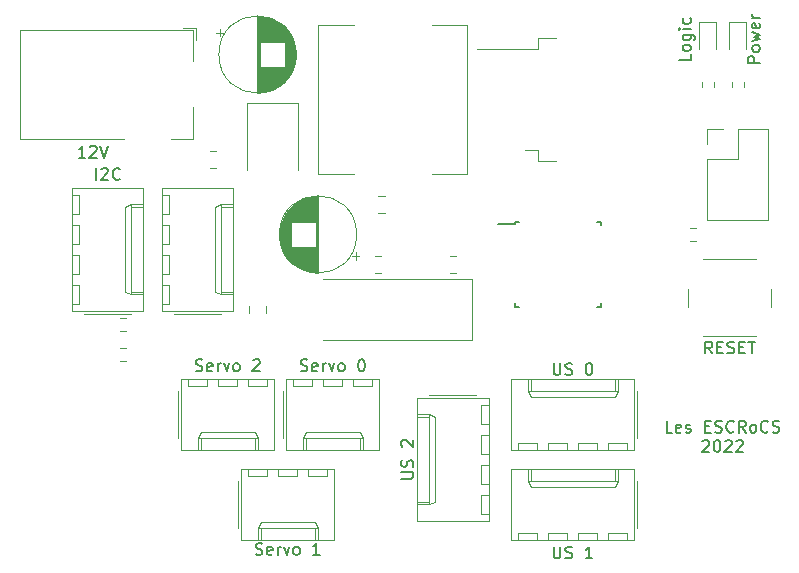
<source format=gbr>
%TF.GenerationSoftware,KiCad,Pcbnew,5.99.0+really5.1.10+dfsg1-1*%
%TF.CreationDate,2022-04-25T00:01:12+02:00*%
%TF.ProjectId,mini_accessory,6d696e69-5f61-4636-9365-73736f72792e,rev?*%
%TF.SameCoordinates,Original*%
%TF.FileFunction,Legend,Top*%
%TF.FilePolarity,Positive*%
%FSLAX46Y46*%
G04 Gerber Fmt 4.6, Leading zero omitted, Abs format (unit mm)*
G04 Created by KiCad (PCBNEW 5.99.0+really5.1.10+dfsg1-1) date 2022-04-25 00:01:12*
%MOMM*%
%LPD*%
G01*
G04 APERTURE LIST*
%ADD10C,0.150000*%
%ADD11C,0.120000*%
G04 APERTURE END LIST*
D10*
X129088095Y-90432380D02*
X128611904Y-90432380D01*
X128611904Y-89432380D01*
X129802380Y-90384761D02*
X129707142Y-90432380D01*
X129516666Y-90432380D01*
X129421428Y-90384761D01*
X129373809Y-90289523D01*
X129373809Y-89908571D01*
X129421428Y-89813333D01*
X129516666Y-89765714D01*
X129707142Y-89765714D01*
X129802380Y-89813333D01*
X129850000Y-89908571D01*
X129850000Y-90003809D01*
X129373809Y-90099047D01*
X130230952Y-90384761D02*
X130326190Y-90432380D01*
X130516666Y-90432380D01*
X130611904Y-90384761D01*
X130659523Y-90289523D01*
X130659523Y-90241904D01*
X130611904Y-90146666D01*
X130516666Y-90099047D01*
X130373809Y-90099047D01*
X130278571Y-90051428D01*
X130230952Y-89956190D01*
X130230952Y-89908571D01*
X130278571Y-89813333D01*
X130373809Y-89765714D01*
X130516666Y-89765714D01*
X130611904Y-89813333D01*
X131850000Y-89908571D02*
X132183333Y-89908571D01*
X132326190Y-90432380D02*
X131850000Y-90432380D01*
X131850000Y-89432380D01*
X132326190Y-89432380D01*
X132707142Y-90384761D02*
X132850000Y-90432380D01*
X133088095Y-90432380D01*
X133183333Y-90384761D01*
X133230952Y-90337142D01*
X133278571Y-90241904D01*
X133278571Y-90146666D01*
X133230952Y-90051428D01*
X133183333Y-90003809D01*
X133088095Y-89956190D01*
X132897619Y-89908571D01*
X132802380Y-89860952D01*
X132754761Y-89813333D01*
X132707142Y-89718095D01*
X132707142Y-89622857D01*
X132754761Y-89527619D01*
X132802380Y-89480000D01*
X132897619Y-89432380D01*
X133135714Y-89432380D01*
X133278571Y-89480000D01*
X134278571Y-90337142D02*
X134230952Y-90384761D01*
X134088095Y-90432380D01*
X133992857Y-90432380D01*
X133850000Y-90384761D01*
X133754761Y-90289523D01*
X133707142Y-90194285D01*
X133659523Y-90003809D01*
X133659523Y-89860952D01*
X133707142Y-89670476D01*
X133754761Y-89575238D01*
X133850000Y-89480000D01*
X133992857Y-89432380D01*
X134088095Y-89432380D01*
X134230952Y-89480000D01*
X134278571Y-89527619D01*
X135278571Y-90432380D02*
X134945238Y-89956190D01*
X134707142Y-90432380D02*
X134707142Y-89432380D01*
X135088095Y-89432380D01*
X135183333Y-89480000D01*
X135230952Y-89527619D01*
X135278571Y-89622857D01*
X135278571Y-89765714D01*
X135230952Y-89860952D01*
X135183333Y-89908571D01*
X135088095Y-89956190D01*
X134707142Y-89956190D01*
X135850000Y-90432380D02*
X135754761Y-90384761D01*
X135707142Y-90337142D01*
X135659523Y-90241904D01*
X135659523Y-89956190D01*
X135707142Y-89860952D01*
X135754761Y-89813333D01*
X135850000Y-89765714D01*
X135992857Y-89765714D01*
X136088095Y-89813333D01*
X136135714Y-89860952D01*
X136183333Y-89956190D01*
X136183333Y-90241904D01*
X136135714Y-90337142D01*
X136088095Y-90384761D01*
X135992857Y-90432380D01*
X135850000Y-90432380D01*
X137183333Y-90337142D02*
X137135714Y-90384761D01*
X136992857Y-90432380D01*
X136897619Y-90432380D01*
X136754761Y-90384761D01*
X136659523Y-90289523D01*
X136611904Y-90194285D01*
X136564285Y-90003809D01*
X136564285Y-89860952D01*
X136611904Y-89670476D01*
X136659523Y-89575238D01*
X136754761Y-89480000D01*
X136897619Y-89432380D01*
X136992857Y-89432380D01*
X137135714Y-89480000D01*
X137183333Y-89527619D01*
X137564285Y-90384761D02*
X137707142Y-90432380D01*
X137945238Y-90432380D01*
X138040476Y-90384761D01*
X138088095Y-90337142D01*
X138135714Y-90241904D01*
X138135714Y-90146666D01*
X138088095Y-90051428D01*
X138040476Y-90003809D01*
X137945238Y-89956190D01*
X137754761Y-89908571D01*
X137659523Y-89860952D01*
X137611904Y-89813333D01*
X137564285Y-89718095D01*
X137564285Y-89622857D01*
X137611904Y-89527619D01*
X137659523Y-89480000D01*
X137754761Y-89432380D01*
X137992857Y-89432380D01*
X138135714Y-89480000D01*
X131635714Y-91177619D02*
X131683333Y-91130000D01*
X131778571Y-91082380D01*
X132016666Y-91082380D01*
X132111904Y-91130000D01*
X132159523Y-91177619D01*
X132207142Y-91272857D01*
X132207142Y-91368095D01*
X132159523Y-91510952D01*
X131588095Y-92082380D01*
X132207142Y-92082380D01*
X132826190Y-91082380D02*
X132921428Y-91082380D01*
X133016666Y-91130000D01*
X133064285Y-91177619D01*
X133111904Y-91272857D01*
X133159523Y-91463333D01*
X133159523Y-91701428D01*
X133111904Y-91891904D01*
X133064285Y-91987142D01*
X133016666Y-92034761D01*
X132921428Y-92082380D01*
X132826190Y-92082380D01*
X132730952Y-92034761D01*
X132683333Y-91987142D01*
X132635714Y-91891904D01*
X132588095Y-91701428D01*
X132588095Y-91463333D01*
X132635714Y-91272857D01*
X132683333Y-91177619D01*
X132730952Y-91130000D01*
X132826190Y-91082380D01*
X133540476Y-91177619D02*
X133588095Y-91130000D01*
X133683333Y-91082380D01*
X133921428Y-91082380D01*
X134016666Y-91130000D01*
X134064285Y-91177619D01*
X134111904Y-91272857D01*
X134111904Y-91368095D01*
X134064285Y-91510952D01*
X133492857Y-92082380D01*
X134111904Y-92082380D01*
X134492857Y-91177619D02*
X134540476Y-91130000D01*
X134635714Y-91082380D01*
X134873809Y-91082380D01*
X134969047Y-91130000D01*
X135016666Y-91177619D01*
X135064285Y-91272857D01*
X135064285Y-91368095D01*
X135016666Y-91510952D01*
X134445238Y-92082380D01*
X135064285Y-92082380D01*
D11*
%TO.C,C1*%
X90774759Y-56266000D02*
X90774759Y-56896000D01*
X90459759Y-56581000D02*
X91089759Y-56581000D01*
X97201000Y-58018000D02*
X97201000Y-58822000D01*
X97161000Y-57787000D02*
X97161000Y-59053000D01*
X97121000Y-57618000D02*
X97121000Y-59222000D01*
X97081000Y-57480000D02*
X97081000Y-59360000D01*
X97041000Y-57361000D02*
X97041000Y-59479000D01*
X97001000Y-57255000D02*
X97001000Y-59585000D01*
X96961000Y-57158000D02*
X96961000Y-59682000D01*
X96921000Y-57070000D02*
X96921000Y-59770000D01*
X96881000Y-56988000D02*
X96881000Y-59852000D01*
X96841000Y-56911000D02*
X96841000Y-59929000D01*
X96801000Y-56839000D02*
X96801000Y-60001000D01*
X96761000Y-56770000D02*
X96761000Y-60070000D01*
X96721000Y-56706000D02*
X96721000Y-60134000D01*
X96681000Y-56644000D02*
X96681000Y-60196000D01*
X96641000Y-56586000D02*
X96641000Y-60254000D01*
X96601000Y-56530000D02*
X96601000Y-60310000D01*
X96561000Y-56476000D02*
X96561000Y-60364000D01*
X96521000Y-56425000D02*
X96521000Y-60415000D01*
X96481000Y-56376000D02*
X96481000Y-60464000D01*
X96441000Y-56328000D02*
X96441000Y-60512000D01*
X96401000Y-56283000D02*
X96401000Y-60557000D01*
X96361000Y-56238000D02*
X96361000Y-60602000D01*
X96321000Y-56196000D02*
X96321000Y-60644000D01*
X96281000Y-56155000D02*
X96281000Y-60685000D01*
X96241000Y-59460000D02*
X96241000Y-60725000D01*
X96241000Y-56115000D02*
X96241000Y-57380000D01*
X96201000Y-59460000D02*
X96201000Y-60763000D01*
X96201000Y-56077000D02*
X96201000Y-57380000D01*
X96161000Y-59460000D02*
X96161000Y-60800000D01*
X96161000Y-56040000D02*
X96161000Y-57380000D01*
X96121000Y-59460000D02*
X96121000Y-60836000D01*
X96121000Y-56004000D02*
X96121000Y-57380000D01*
X96081000Y-59460000D02*
X96081000Y-60870000D01*
X96081000Y-55970000D02*
X96081000Y-57380000D01*
X96041000Y-59460000D02*
X96041000Y-60904000D01*
X96041000Y-55936000D02*
X96041000Y-57380000D01*
X96001000Y-59460000D02*
X96001000Y-60936000D01*
X96001000Y-55904000D02*
X96001000Y-57380000D01*
X95961000Y-59460000D02*
X95961000Y-60968000D01*
X95961000Y-55872000D02*
X95961000Y-57380000D01*
X95921000Y-59460000D02*
X95921000Y-60998000D01*
X95921000Y-55842000D02*
X95921000Y-57380000D01*
X95881000Y-59460000D02*
X95881000Y-61027000D01*
X95881000Y-55813000D02*
X95881000Y-57380000D01*
X95841000Y-59460000D02*
X95841000Y-61056000D01*
X95841000Y-55784000D02*
X95841000Y-57380000D01*
X95801000Y-59460000D02*
X95801000Y-61084000D01*
X95801000Y-55756000D02*
X95801000Y-57380000D01*
X95761000Y-59460000D02*
X95761000Y-61110000D01*
X95761000Y-55730000D02*
X95761000Y-57380000D01*
X95721000Y-59460000D02*
X95721000Y-61136000D01*
X95721000Y-55704000D02*
X95721000Y-57380000D01*
X95681000Y-59460000D02*
X95681000Y-61162000D01*
X95681000Y-55678000D02*
X95681000Y-57380000D01*
X95641000Y-59460000D02*
X95641000Y-61186000D01*
X95641000Y-55654000D02*
X95641000Y-57380000D01*
X95601000Y-59460000D02*
X95601000Y-61210000D01*
X95601000Y-55630000D02*
X95601000Y-57380000D01*
X95561000Y-59460000D02*
X95561000Y-61232000D01*
X95561000Y-55608000D02*
X95561000Y-57380000D01*
X95521000Y-59460000D02*
X95521000Y-61254000D01*
X95521000Y-55586000D02*
X95521000Y-57380000D01*
X95481000Y-59460000D02*
X95481000Y-61276000D01*
X95481000Y-55564000D02*
X95481000Y-57380000D01*
X95441000Y-59460000D02*
X95441000Y-61296000D01*
X95441000Y-55544000D02*
X95441000Y-57380000D01*
X95401000Y-59460000D02*
X95401000Y-61316000D01*
X95401000Y-55524000D02*
X95401000Y-57380000D01*
X95361000Y-59460000D02*
X95361000Y-61336000D01*
X95361000Y-55504000D02*
X95361000Y-57380000D01*
X95321000Y-59460000D02*
X95321000Y-61354000D01*
X95321000Y-55486000D02*
X95321000Y-57380000D01*
X95281000Y-59460000D02*
X95281000Y-61372000D01*
X95281000Y-55468000D02*
X95281000Y-57380000D01*
X95241000Y-59460000D02*
X95241000Y-61390000D01*
X95241000Y-55450000D02*
X95241000Y-57380000D01*
X95201000Y-59460000D02*
X95201000Y-61406000D01*
X95201000Y-55434000D02*
X95201000Y-57380000D01*
X95161000Y-59460000D02*
X95161000Y-61422000D01*
X95161000Y-55418000D02*
X95161000Y-57380000D01*
X95121000Y-59460000D02*
X95121000Y-61438000D01*
X95121000Y-55402000D02*
X95121000Y-57380000D01*
X95081000Y-59460000D02*
X95081000Y-61453000D01*
X95081000Y-55387000D02*
X95081000Y-57380000D01*
X95041000Y-59460000D02*
X95041000Y-61467000D01*
X95041000Y-55373000D02*
X95041000Y-57380000D01*
X95001000Y-59460000D02*
X95001000Y-61481000D01*
X95001000Y-55359000D02*
X95001000Y-57380000D01*
X94961000Y-59460000D02*
X94961000Y-61494000D01*
X94961000Y-55346000D02*
X94961000Y-57380000D01*
X94921000Y-59460000D02*
X94921000Y-61506000D01*
X94921000Y-55334000D02*
X94921000Y-57380000D01*
X94881000Y-59460000D02*
X94881000Y-61518000D01*
X94881000Y-55322000D02*
X94881000Y-57380000D01*
X94841000Y-59460000D02*
X94841000Y-61530000D01*
X94841000Y-55310000D02*
X94841000Y-57380000D01*
X94801000Y-59460000D02*
X94801000Y-61541000D01*
X94801000Y-55299000D02*
X94801000Y-57380000D01*
X94761000Y-59460000D02*
X94761000Y-61551000D01*
X94761000Y-55289000D02*
X94761000Y-57380000D01*
X94721000Y-59460000D02*
X94721000Y-61561000D01*
X94721000Y-55279000D02*
X94721000Y-57380000D01*
X94681000Y-59460000D02*
X94681000Y-61570000D01*
X94681000Y-55270000D02*
X94681000Y-57380000D01*
X94640000Y-59460000D02*
X94640000Y-61579000D01*
X94640000Y-55261000D02*
X94640000Y-57380000D01*
X94600000Y-59460000D02*
X94600000Y-61587000D01*
X94600000Y-55253000D02*
X94600000Y-57380000D01*
X94560000Y-59460000D02*
X94560000Y-61595000D01*
X94560000Y-55245000D02*
X94560000Y-57380000D01*
X94520000Y-59460000D02*
X94520000Y-61602000D01*
X94520000Y-55238000D02*
X94520000Y-57380000D01*
X94480000Y-59460000D02*
X94480000Y-61609000D01*
X94480000Y-55231000D02*
X94480000Y-57380000D01*
X94440000Y-59460000D02*
X94440000Y-61615000D01*
X94440000Y-55225000D02*
X94440000Y-57380000D01*
X94400000Y-59460000D02*
X94400000Y-61621000D01*
X94400000Y-55219000D02*
X94400000Y-57380000D01*
X94360000Y-59460000D02*
X94360000Y-61626000D01*
X94360000Y-55214000D02*
X94360000Y-57380000D01*
X94320000Y-59460000D02*
X94320000Y-61631000D01*
X94320000Y-55209000D02*
X94320000Y-57380000D01*
X94280000Y-59460000D02*
X94280000Y-61635000D01*
X94280000Y-55205000D02*
X94280000Y-57380000D01*
X94240000Y-59460000D02*
X94240000Y-61638000D01*
X94240000Y-55202000D02*
X94240000Y-57380000D01*
X94200000Y-59460000D02*
X94200000Y-61642000D01*
X94200000Y-55198000D02*
X94200000Y-57380000D01*
X94160000Y-55196000D02*
X94160000Y-61644000D01*
X94120000Y-55193000D02*
X94120000Y-61647000D01*
X94080000Y-55192000D02*
X94080000Y-61648000D01*
X94040000Y-55190000D02*
X94040000Y-61650000D01*
X94000000Y-55190000D02*
X94000000Y-61650000D01*
X93960000Y-55190000D02*
X93960000Y-61650000D01*
X97230000Y-58420000D02*
G75*
G03*
X97230000Y-58420000I-3270000J0D01*
G01*
%TO.C,C2*%
X89908748Y-66575000D02*
X90431252Y-66575000D01*
X89908748Y-68045000D02*
X90431252Y-68045000D01*
%TO.C,C3*%
X102265241Y-75814000D02*
X102265241Y-75184000D01*
X102580241Y-75499000D02*
X101950241Y-75499000D01*
X95839000Y-74062000D02*
X95839000Y-73258000D01*
X95879000Y-74293000D02*
X95879000Y-73027000D01*
X95919000Y-74462000D02*
X95919000Y-72858000D01*
X95959000Y-74600000D02*
X95959000Y-72720000D01*
X95999000Y-74719000D02*
X95999000Y-72601000D01*
X96039000Y-74825000D02*
X96039000Y-72495000D01*
X96079000Y-74922000D02*
X96079000Y-72398000D01*
X96119000Y-75010000D02*
X96119000Y-72310000D01*
X96159000Y-75092000D02*
X96159000Y-72228000D01*
X96199000Y-75169000D02*
X96199000Y-72151000D01*
X96239000Y-75241000D02*
X96239000Y-72079000D01*
X96279000Y-75310000D02*
X96279000Y-72010000D01*
X96319000Y-75374000D02*
X96319000Y-71946000D01*
X96359000Y-75436000D02*
X96359000Y-71884000D01*
X96399000Y-75494000D02*
X96399000Y-71826000D01*
X96439000Y-75550000D02*
X96439000Y-71770000D01*
X96479000Y-75604000D02*
X96479000Y-71716000D01*
X96519000Y-75655000D02*
X96519000Y-71665000D01*
X96559000Y-75704000D02*
X96559000Y-71616000D01*
X96599000Y-75752000D02*
X96599000Y-71568000D01*
X96639000Y-75797000D02*
X96639000Y-71523000D01*
X96679000Y-75842000D02*
X96679000Y-71478000D01*
X96719000Y-75884000D02*
X96719000Y-71436000D01*
X96759000Y-75925000D02*
X96759000Y-71395000D01*
X96799000Y-72620000D02*
X96799000Y-71355000D01*
X96799000Y-75965000D02*
X96799000Y-74700000D01*
X96839000Y-72620000D02*
X96839000Y-71317000D01*
X96839000Y-76003000D02*
X96839000Y-74700000D01*
X96879000Y-72620000D02*
X96879000Y-71280000D01*
X96879000Y-76040000D02*
X96879000Y-74700000D01*
X96919000Y-72620000D02*
X96919000Y-71244000D01*
X96919000Y-76076000D02*
X96919000Y-74700000D01*
X96959000Y-72620000D02*
X96959000Y-71210000D01*
X96959000Y-76110000D02*
X96959000Y-74700000D01*
X96999000Y-72620000D02*
X96999000Y-71176000D01*
X96999000Y-76144000D02*
X96999000Y-74700000D01*
X97039000Y-72620000D02*
X97039000Y-71144000D01*
X97039000Y-76176000D02*
X97039000Y-74700000D01*
X97079000Y-72620000D02*
X97079000Y-71112000D01*
X97079000Y-76208000D02*
X97079000Y-74700000D01*
X97119000Y-72620000D02*
X97119000Y-71082000D01*
X97119000Y-76238000D02*
X97119000Y-74700000D01*
X97159000Y-72620000D02*
X97159000Y-71053000D01*
X97159000Y-76267000D02*
X97159000Y-74700000D01*
X97199000Y-72620000D02*
X97199000Y-71024000D01*
X97199000Y-76296000D02*
X97199000Y-74700000D01*
X97239000Y-72620000D02*
X97239000Y-70996000D01*
X97239000Y-76324000D02*
X97239000Y-74700000D01*
X97279000Y-72620000D02*
X97279000Y-70970000D01*
X97279000Y-76350000D02*
X97279000Y-74700000D01*
X97319000Y-72620000D02*
X97319000Y-70944000D01*
X97319000Y-76376000D02*
X97319000Y-74700000D01*
X97359000Y-72620000D02*
X97359000Y-70918000D01*
X97359000Y-76402000D02*
X97359000Y-74700000D01*
X97399000Y-72620000D02*
X97399000Y-70894000D01*
X97399000Y-76426000D02*
X97399000Y-74700000D01*
X97439000Y-72620000D02*
X97439000Y-70870000D01*
X97439000Y-76450000D02*
X97439000Y-74700000D01*
X97479000Y-72620000D02*
X97479000Y-70848000D01*
X97479000Y-76472000D02*
X97479000Y-74700000D01*
X97519000Y-72620000D02*
X97519000Y-70826000D01*
X97519000Y-76494000D02*
X97519000Y-74700000D01*
X97559000Y-72620000D02*
X97559000Y-70804000D01*
X97559000Y-76516000D02*
X97559000Y-74700000D01*
X97599000Y-72620000D02*
X97599000Y-70784000D01*
X97599000Y-76536000D02*
X97599000Y-74700000D01*
X97639000Y-72620000D02*
X97639000Y-70764000D01*
X97639000Y-76556000D02*
X97639000Y-74700000D01*
X97679000Y-72620000D02*
X97679000Y-70744000D01*
X97679000Y-76576000D02*
X97679000Y-74700000D01*
X97719000Y-72620000D02*
X97719000Y-70726000D01*
X97719000Y-76594000D02*
X97719000Y-74700000D01*
X97759000Y-72620000D02*
X97759000Y-70708000D01*
X97759000Y-76612000D02*
X97759000Y-74700000D01*
X97799000Y-72620000D02*
X97799000Y-70690000D01*
X97799000Y-76630000D02*
X97799000Y-74700000D01*
X97839000Y-72620000D02*
X97839000Y-70674000D01*
X97839000Y-76646000D02*
X97839000Y-74700000D01*
X97879000Y-72620000D02*
X97879000Y-70658000D01*
X97879000Y-76662000D02*
X97879000Y-74700000D01*
X97919000Y-72620000D02*
X97919000Y-70642000D01*
X97919000Y-76678000D02*
X97919000Y-74700000D01*
X97959000Y-72620000D02*
X97959000Y-70627000D01*
X97959000Y-76693000D02*
X97959000Y-74700000D01*
X97999000Y-72620000D02*
X97999000Y-70613000D01*
X97999000Y-76707000D02*
X97999000Y-74700000D01*
X98039000Y-72620000D02*
X98039000Y-70599000D01*
X98039000Y-76721000D02*
X98039000Y-74700000D01*
X98079000Y-72620000D02*
X98079000Y-70586000D01*
X98079000Y-76734000D02*
X98079000Y-74700000D01*
X98119000Y-72620000D02*
X98119000Y-70574000D01*
X98119000Y-76746000D02*
X98119000Y-74700000D01*
X98159000Y-72620000D02*
X98159000Y-70562000D01*
X98159000Y-76758000D02*
X98159000Y-74700000D01*
X98199000Y-72620000D02*
X98199000Y-70550000D01*
X98199000Y-76770000D02*
X98199000Y-74700000D01*
X98239000Y-72620000D02*
X98239000Y-70539000D01*
X98239000Y-76781000D02*
X98239000Y-74700000D01*
X98279000Y-72620000D02*
X98279000Y-70529000D01*
X98279000Y-76791000D02*
X98279000Y-74700000D01*
X98319000Y-72620000D02*
X98319000Y-70519000D01*
X98319000Y-76801000D02*
X98319000Y-74700000D01*
X98359000Y-72620000D02*
X98359000Y-70510000D01*
X98359000Y-76810000D02*
X98359000Y-74700000D01*
X98400000Y-72620000D02*
X98400000Y-70501000D01*
X98400000Y-76819000D02*
X98400000Y-74700000D01*
X98440000Y-72620000D02*
X98440000Y-70493000D01*
X98440000Y-76827000D02*
X98440000Y-74700000D01*
X98480000Y-72620000D02*
X98480000Y-70485000D01*
X98480000Y-76835000D02*
X98480000Y-74700000D01*
X98520000Y-72620000D02*
X98520000Y-70478000D01*
X98520000Y-76842000D02*
X98520000Y-74700000D01*
X98560000Y-72620000D02*
X98560000Y-70471000D01*
X98560000Y-76849000D02*
X98560000Y-74700000D01*
X98600000Y-72620000D02*
X98600000Y-70465000D01*
X98600000Y-76855000D02*
X98600000Y-74700000D01*
X98640000Y-72620000D02*
X98640000Y-70459000D01*
X98640000Y-76861000D02*
X98640000Y-74700000D01*
X98680000Y-72620000D02*
X98680000Y-70454000D01*
X98680000Y-76866000D02*
X98680000Y-74700000D01*
X98720000Y-72620000D02*
X98720000Y-70449000D01*
X98720000Y-76871000D02*
X98720000Y-74700000D01*
X98760000Y-72620000D02*
X98760000Y-70445000D01*
X98760000Y-76875000D02*
X98760000Y-74700000D01*
X98800000Y-72620000D02*
X98800000Y-70442000D01*
X98800000Y-76878000D02*
X98800000Y-74700000D01*
X98840000Y-72620000D02*
X98840000Y-70438000D01*
X98840000Y-76882000D02*
X98840000Y-74700000D01*
X98880000Y-76884000D02*
X98880000Y-70436000D01*
X98920000Y-76887000D02*
X98920000Y-70433000D01*
X98960000Y-76888000D02*
X98960000Y-70432000D01*
X99000000Y-76890000D02*
X99000000Y-70430000D01*
X99040000Y-76890000D02*
X99040000Y-70430000D01*
X99080000Y-76890000D02*
X99080000Y-70430000D01*
X102350000Y-73660000D02*
G75*
G03*
X102350000Y-73660000I-3270000J0D01*
G01*
%TO.C,C4*%
X104198748Y-71855000D02*
X104721252Y-71855000D01*
X104198748Y-70385000D02*
X104721252Y-70385000D01*
%TO.C,C5*%
X110751252Y-75465000D02*
X110228748Y-75465000D01*
X110751252Y-76935000D02*
X110228748Y-76935000D01*
%TO.C,C6*%
X103878748Y-75465000D02*
X104401252Y-75465000D01*
X103878748Y-76935000D02*
X104401252Y-76935000D01*
%TO.C,C7*%
X93245000Y-79748748D02*
X93245000Y-80271252D01*
X94715000Y-79748748D02*
X94715000Y-80271252D01*
%TO.C,Logic*%
X132815000Y-57950000D02*
X132815000Y-55665000D01*
X132815000Y-55665000D02*
X131345000Y-55665000D01*
X131345000Y-55665000D02*
X131345000Y-57950000D01*
%TO.C,Power*%
X133885000Y-55665000D02*
X133885000Y-57950000D01*
X135355000Y-55665000D02*
X133885000Y-55665000D01*
X135355000Y-57950000D02*
X135355000Y-55665000D01*
%TO.C,D3*%
X97400000Y-62490000D02*
X97400000Y-68190000D01*
X93100000Y-62490000D02*
X93100000Y-68190000D01*
X97400000Y-62490000D02*
X93100000Y-62490000D01*
%TO.C,12V*%
X88530000Y-56360000D02*
X88530000Y-58960000D01*
X73830000Y-56360000D02*
X88530000Y-56360000D01*
X88530000Y-65560000D02*
X86630000Y-65560000D01*
X88530000Y-62860000D02*
X88530000Y-65560000D01*
X73830000Y-65560000D02*
X73830000Y-56360000D01*
X82630000Y-65560000D02*
X73830000Y-65560000D01*
X87680000Y-56160000D02*
X88730000Y-56160000D01*
X88730000Y-57210000D02*
X88730000Y-56160000D01*
%TO.C,I2C*%
X78250000Y-80120000D02*
X84270000Y-80120000D01*
X84270000Y-80120000D02*
X84270000Y-69740000D01*
X84270000Y-69740000D02*
X78250000Y-69740000D01*
X78250000Y-69740000D02*
X78250000Y-80120000D01*
X79280000Y-80410000D02*
X83280000Y-80410000D01*
X84270000Y-78740000D02*
X83270000Y-78740000D01*
X83270000Y-78740000D02*
X83270000Y-71120000D01*
X83270000Y-71120000D02*
X84270000Y-71120000D01*
X83270000Y-78740000D02*
X82740000Y-78490000D01*
X82740000Y-78490000D02*
X82740000Y-71370000D01*
X82740000Y-71370000D02*
X83270000Y-71120000D01*
X84270000Y-78490000D02*
X83270000Y-78490000D01*
X84270000Y-71370000D02*
X83270000Y-71370000D01*
X78250000Y-79540000D02*
X78850000Y-79540000D01*
X78850000Y-79540000D02*
X78850000Y-77940000D01*
X78850000Y-77940000D02*
X78250000Y-77940000D01*
X78250000Y-77000000D02*
X78850000Y-77000000D01*
X78850000Y-77000000D02*
X78850000Y-75400000D01*
X78850000Y-75400000D02*
X78250000Y-75400000D01*
X78250000Y-74460000D02*
X78850000Y-74460000D01*
X78850000Y-74460000D02*
X78850000Y-72860000D01*
X78850000Y-72860000D02*
X78250000Y-72860000D01*
X78250000Y-71920000D02*
X78850000Y-71920000D01*
X78850000Y-71920000D02*
X78850000Y-70320000D01*
X78850000Y-70320000D02*
X78250000Y-70320000D01*
%TO.C,J3*%
X132020000Y-64710000D02*
X133350000Y-64710000D01*
X132020000Y-66040000D02*
X132020000Y-64710000D01*
X134620000Y-64710000D02*
X137220000Y-64710000D01*
X134620000Y-67310000D02*
X134620000Y-64710000D01*
X132020000Y-67310000D02*
X134620000Y-67310000D01*
X137220000Y-64710000D02*
X137220000Y-72450000D01*
X132020000Y-67310000D02*
X132020000Y-72450000D01*
X132020000Y-72450000D02*
X137220000Y-72450000D01*
%TO.C,J4*%
X86470000Y-70320000D02*
X85870000Y-70320000D01*
X86470000Y-71920000D02*
X86470000Y-70320000D01*
X85870000Y-71920000D02*
X86470000Y-71920000D01*
X86470000Y-72860000D02*
X85870000Y-72860000D01*
X86470000Y-74460000D02*
X86470000Y-72860000D01*
X85870000Y-74460000D02*
X86470000Y-74460000D01*
X86470000Y-75400000D02*
X85870000Y-75400000D01*
X86470000Y-77000000D02*
X86470000Y-75400000D01*
X85870000Y-77000000D02*
X86470000Y-77000000D01*
X86470000Y-77940000D02*
X85870000Y-77940000D01*
X86470000Y-79540000D02*
X86470000Y-77940000D01*
X85870000Y-79540000D02*
X86470000Y-79540000D01*
X91890000Y-71370000D02*
X90890000Y-71370000D01*
X91890000Y-78490000D02*
X90890000Y-78490000D01*
X90360000Y-71370000D02*
X90890000Y-71120000D01*
X90360000Y-78490000D02*
X90360000Y-71370000D01*
X90890000Y-78740000D02*
X90360000Y-78490000D01*
X90890000Y-71120000D02*
X91890000Y-71120000D01*
X90890000Y-78740000D02*
X90890000Y-71120000D01*
X91890000Y-78740000D02*
X90890000Y-78740000D01*
X86900000Y-80410000D02*
X90900000Y-80410000D01*
X85870000Y-69740000D02*
X85870000Y-80120000D01*
X91890000Y-69740000D02*
X85870000Y-69740000D01*
X91890000Y-80120000D02*
X91890000Y-69740000D01*
X85870000Y-80120000D02*
X91890000Y-80120000D01*
%TO.C,Servo 0*%
X103670000Y-86470000D02*
X103670000Y-85870000D01*
X102070000Y-86470000D02*
X103670000Y-86470000D01*
X102070000Y-85870000D02*
X102070000Y-86470000D01*
X101130000Y-86470000D02*
X101130000Y-85870000D01*
X99530000Y-86470000D02*
X101130000Y-86470000D01*
X99530000Y-85870000D02*
X99530000Y-86470000D01*
X98590000Y-86470000D02*
X98590000Y-85870000D01*
X96990000Y-86470000D02*
X98590000Y-86470000D01*
X96990000Y-85870000D02*
X96990000Y-86470000D01*
X102620000Y-91890000D02*
X102620000Y-90890000D01*
X98040000Y-91890000D02*
X98040000Y-90890000D01*
X102620000Y-90360000D02*
X102870000Y-90890000D01*
X98040000Y-90360000D02*
X102620000Y-90360000D01*
X97790000Y-90890000D02*
X98040000Y-90360000D01*
X102870000Y-90890000D02*
X102870000Y-91890000D01*
X97790000Y-90890000D02*
X102870000Y-90890000D01*
X97790000Y-91890000D02*
X97790000Y-90890000D01*
X96120000Y-86900000D02*
X96120000Y-90900000D01*
X104250000Y-85870000D02*
X96410000Y-85870000D01*
X104250000Y-91890000D02*
X104250000Y-85870000D01*
X96410000Y-91890000D02*
X104250000Y-91890000D01*
X96410000Y-85870000D02*
X96410000Y-91890000D01*
%TO.C,US 0*%
X116040000Y-91330000D02*
X116040000Y-91930000D01*
X117640000Y-91330000D02*
X116040000Y-91330000D01*
X117640000Y-91930000D02*
X117640000Y-91330000D01*
X118580000Y-91330000D02*
X118580000Y-91930000D01*
X120180000Y-91330000D02*
X118580000Y-91330000D01*
X120180000Y-91930000D02*
X120180000Y-91330000D01*
X121120000Y-91330000D02*
X121120000Y-91930000D01*
X122720000Y-91330000D02*
X121120000Y-91330000D01*
X122720000Y-91930000D02*
X122720000Y-91330000D01*
X123660000Y-91330000D02*
X123660000Y-91930000D01*
X125260000Y-91330000D02*
X123660000Y-91330000D01*
X125260000Y-91930000D02*
X125260000Y-91330000D01*
X117090000Y-85910000D02*
X117090000Y-86910000D01*
X124210000Y-85910000D02*
X124210000Y-86910000D01*
X117090000Y-87440000D02*
X116840000Y-86910000D01*
X124210000Y-87440000D02*
X117090000Y-87440000D01*
X124460000Y-86910000D02*
X124210000Y-87440000D01*
X116840000Y-86910000D02*
X116840000Y-85910000D01*
X124460000Y-86910000D02*
X116840000Y-86910000D01*
X124460000Y-85910000D02*
X124460000Y-86910000D01*
X126130000Y-90900000D02*
X126130000Y-86900000D01*
X115460000Y-91930000D02*
X125840000Y-91930000D01*
X115460000Y-85910000D02*
X115460000Y-91930000D01*
X125840000Y-85910000D02*
X115460000Y-85910000D01*
X125840000Y-91930000D02*
X125840000Y-85910000D01*
%TO.C,Servo 1*%
X99860000Y-94090000D02*
X99860000Y-93490000D01*
X98260000Y-94090000D02*
X99860000Y-94090000D01*
X98260000Y-93490000D02*
X98260000Y-94090000D01*
X97320000Y-94090000D02*
X97320000Y-93490000D01*
X95720000Y-94090000D02*
X97320000Y-94090000D01*
X95720000Y-93490000D02*
X95720000Y-94090000D01*
X94780000Y-94090000D02*
X94780000Y-93490000D01*
X93180000Y-94090000D02*
X94780000Y-94090000D01*
X93180000Y-93490000D02*
X93180000Y-94090000D01*
X98810000Y-99510000D02*
X98810000Y-98510000D01*
X94230000Y-99510000D02*
X94230000Y-98510000D01*
X98810000Y-97980000D02*
X99060000Y-98510000D01*
X94230000Y-97980000D02*
X98810000Y-97980000D01*
X93980000Y-98510000D02*
X94230000Y-97980000D01*
X99060000Y-98510000D02*
X99060000Y-99510000D01*
X93980000Y-98510000D02*
X99060000Y-98510000D01*
X93980000Y-99510000D02*
X93980000Y-98510000D01*
X92310000Y-94520000D02*
X92310000Y-98520000D01*
X100440000Y-93490000D02*
X92600000Y-93490000D01*
X100440000Y-99510000D02*
X100440000Y-93490000D01*
X92600000Y-99510000D02*
X100440000Y-99510000D01*
X92600000Y-93490000D02*
X92600000Y-99510000D01*
%TO.C,US 1*%
X116040000Y-98950000D02*
X116040000Y-99550000D01*
X117640000Y-98950000D02*
X116040000Y-98950000D01*
X117640000Y-99550000D02*
X117640000Y-98950000D01*
X118580000Y-98950000D02*
X118580000Y-99550000D01*
X120180000Y-98950000D02*
X118580000Y-98950000D01*
X120180000Y-99550000D02*
X120180000Y-98950000D01*
X121120000Y-98950000D02*
X121120000Y-99550000D01*
X122720000Y-98950000D02*
X121120000Y-98950000D01*
X122720000Y-99550000D02*
X122720000Y-98950000D01*
X123660000Y-98950000D02*
X123660000Y-99550000D01*
X125260000Y-98950000D02*
X123660000Y-98950000D01*
X125260000Y-99550000D02*
X125260000Y-98950000D01*
X117090000Y-93530000D02*
X117090000Y-94530000D01*
X124210000Y-93530000D02*
X124210000Y-94530000D01*
X117090000Y-95060000D02*
X116840000Y-94530000D01*
X124210000Y-95060000D02*
X117090000Y-95060000D01*
X124460000Y-94530000D02*
X124210000Y-95060000D01*
X116840000Y-94530000D02*
X116840000Y-93530000D01*
X124460000Y-94530000D02*
X116840000Y-94530000D01*
X124460000Y-93530000D02*
X124460000Y-94530000D01*
X126130000Y-98520000D02*
X126130000Y-94520000D01*
X115460000Y-99550000D02*
X125840000Y-99550000D01*
X115460000Y-93530000D02*
X115460000Y-99550000D01*
X125840000Y-93530000D02*
X115460000Y-93530000D01*
X125840000Y-99550000D02*
X125840000Y-93530000D01*
%TO.C,US 2*%
X113520000Y-87520000D02*
X107500000Y-87520000D01*
X107500000Y-87520000D02*
X107500000Y-97900000D01*
X107500000Y-97900000D02*
X113520000Y-97900000D01*
X113520000Y-97900000D02*
X113520000Y-87520000D01*
X112490000Y-87230000D02*
X108490000Y-87230000D01*
X107500000Y-88900000D02*
X108500000Y-88900000D01*
X108500000Y-88900000D02*
X108500000Y-96520000D01*
X108500000Y-96520000D02*
X107500000Y-96520000D01*
X108500000Y-88900000D02*
X109030000Y-89150000D01*
X109030000Y-89150000D02*
X109030000Y-96270000D01*
X109030000Y-96270000D02*
X108500000Y-96520000D01*
X107500000Y-89150000D02*
X108500000Y-89150000D01*
X107500000Y-96270000D02*
X108500000Y-96270000D01*
X113520000Y-88100000D02*
X112920000Y-88100000D01*
X112920000Y-88100000D02*
X112920000Y-89700000D01*
X112920000Y-89700000D02*
X113520000Y-89700000D01*
X113520000Y-90640000D02*
X112920000Y-90640000D01*
X112920000Y-90640000D02*
X112920000Y-92240000D01*
X112920000Y-92240000D02*
X113520000Y-92240000D01*
X113520000Y-93180000D02*
X112920000Y-93180000D01*
X112920000Y-93180000D02*
X112920000Y-94780000D01*
X112920000Y-94780000D02*
X113520000Y-94780000D01*
X113520000Y-95720000D02*
X112920000Y-95720000D01*
X112920000Y-95720000D02*
X112920000Y-97320000D01*
X112920000Y-97320000D02*
X113520000Y-97320000D01*
%TO.C,Servo 2*%
X87520000Y-85870000D02*
X87520000Y-91890000D01*
X87520000Y-91890000D02*
X95360000Y-91890000D01*
X95360000Y-91890000D02*
X95360000Y-85870000D01*
X95360000Y-85870000D02*
X87520000Y-85870000D01*
X87230000Y-86900000D02*
X87230000Y-90900000D01*
X88900000Y-91890000D02*
X88900000Y-90890000D01*
X88900000Y-90890000D02*
X93980000Y-90890000D01*
X93980000Y-90890000D02*
X93980000Y-91890000D01*
X88900000Y-90890000D02*
X89150000Y-90360000D01*
X89150000Y-90360000D02*
X93730000Y-90360000D01*
X93730000Y-90360000D02*
X93980000Y-90890000D01*
X89150000Y-91890000D02*
X89150000Y-90890000D01*
X93730000Y-91890000D02*
X93730000Y-90890000D01*
X88100000Y-85870000D02*
X88100000Y-86470000D01*
X88100000Y-86470000D02*
X89700000Y-86470000D01*
X89700000Y-86470000D02*
X89700000Y-85870000D01*
X90640000Y-85870000D02*
X90640000Y-86470000D01*
X90640000Y-86470000D02*
X92240000Y-86470000D01*
X92240000Y-86470000D02*
X92240000Y-85870000D01*
X93180000Y-85870000D02*
X93180000Y-86470000D01*
X93180000Y-86470000D02*
X94780000Y-86470000D01*
X94780000Y-86470000D02*
X94780000Y-85870000D01*
%TO.C,R1*%
X131557500Y-61197258D02*
X131557500Y-60722742D01*
X132602500Y-61197258D02*
X132602500Y-60722742D01*
%TO.C,R2*%
X135142500Y-61197258D02*
X135142500Y-60722742D01*
X134097500Y-61197258D02*
X134097500Y-60722742D01*
%TO.C,R3*%
X82312742Y-81802500D02*
X82787258Y-81802500D01*
X82312742Y-80757500D02*
X82787258Y-80757500D01*
%TO.C,R4*%
X130572742Y-74182500D02*
X131047258Y-74182500D01*
X130572742Y-73137500D02*
X131047258Y-73137500D01*
%TO.C,R5*%
X82312742Y-83297500D02*
X82787258Y-83297500D01*
X82312742Y-84342500D02*
X82787258Y-84342500D01*
%TO.C,RESET*%
X130410000Y-78280000D02*
X130410000Y-79780000D01*
X131660000Y-82280000D02*
X136160000Y-82280000D01*
X137410000Y-79780000D02*
X137410000Y-78280000D01*
X136160000Y-75780000D02*
X131660000Y-75780000D01*
%TO.C,U1*%
X117700000Y-66480000D02*
X116600000Y-66480000D01*
X117700000Y-67430000D02*
X117700000Y-66480000D01*
X119200000Y-67430000D02*
X117700000Y-67430000D01*
X117700000Y-57980000D02*
X112575000Y-57980000D01*
X117700000Y-57030000D02*
X117700000Y-57980000D01*
X119200000Y-57030000D02*
X117700000Y-57030000D01*
D10*
%TO.C,U2*%
X115755000Y-72800000D02*
X114330000Y-72800000D01*
X123005000Y-72575000D02*
X122680000Y-72575000D01*
X123005000Y-79825000D02*
X122680000Y-79825000D01*
X115755000Y-79825000D02*
X116080000Y-79825000D01*
X115755000Y-72575000D02*
X116080000Y-72575000D01*
X115755000Y-79825000D02*
X115755000Y-79500000D01*
X123005000Y-79825000D02*
X123005000Y-79500000D01*
X123005000Y-72575000D02*
X123005000Y-72900000D01*
X115755000Y-72575000D02*
X115755000Y-72800000D01*
D11*
%TO.C,Y1*%
X112110000Y-77460000D02*
X99510000Y-77460000D01*
X112110000Y-82560000D02*
X112110000Y-77460000D01*
X99510000Y-82560000D02*
X112110000Y-82560000D01*
%TO.C,L1*%
X111710000Y-68530000D02*
X108710000Y-68530000D01*
X111710000Y-55930000D02*
X111710000Y-68530000D01*
X108710000Y-55930000D02*
X111710000Y-55930000D01*
X99110000Y-55930000D02*
X102110000Y-55930000D01*
X99110000Y-68530000D02*
X99110000Y-55930000D01*
X102110000Y-68530000D02*
X99110000Y-68530000D01*
%TO.C,Logic*%
D10*
X130627380Y-58411904D02*
X130627380Y-58888095D01*
X129627380Y-58888095D01*
X130627380Y-57935714D02*
X130579761Y-58030952D01*
X130532142Y-58078571D01*
X130436904Y-58126190D01*
X130151190Y-58126190D01*
X130055952Y-58078571D01*
X130008333Y-58030952D01*
X129960714Y-57935714D01*
X129960714Y-57792857D01*
X130008333Y-57697619D01*
X130055952Y-57650000D01*
X130151190Y-57602380D01*
X130436904Y-57602380D01*
X130532142Y-57650000D01*
X130579761Y-57697619D01*
X130627380Y-57792857D01*
X130627380Y-57935714D01*
X129960714Y-56745238D02*
X130770238Y-56745238D01*
X130865476Y-56792857D01*
X130913095Y-56840476D01*
X130960714Y-56935714D01*
X130960714Y-57078571D01*
X130913095Y-57173809D01*
X130579761Y-56745238D02*
X130627380Y-56840476D01*
X130627380Y-57030952D01*
X130579761Y-57126190D01*
X130532142Y-57173809D01*
X130436904Y-57221428D01*
X130151190Y-57221428D01*
X130055952Y-57173809D01*
X130008333Y-57126190D01*
X129960714Y-57030952D01*
X129960714Y-56840476D01*
X130008333Y-56745238D01*
X130627380Y-56269047D02*
X129960714Y-56269047D01*
X129627380Y-56269047D02*
X129675000Y-56316666D01*
X129722619Y-56269047D01*
X129675000Y-56221428D01*
X129627380Y-56269047D01*
X129722619Y-56269047D01*
X130579761Y-55364285D02*
X130627380Y-55459523D01*
X130627380Y-55650000D01*
X130579761Y-55745238D01*
X130532142Y-55792857D01*
X130436904Y-55840476D01*
X130151190Y-55840476D01*
X130055952Y-55792857D01*
X130008333Y-55745238D01*
X129960714Y-55650000D01*
X129960714Y-55459523D01*
X130008333Y-55364285D01*
%TO.C,Power*%
X136502380Y-59126190D02*
X135502380Y-59126190D01*
X135502380Y-58745238D01*
X135550000Y-58650000D01*
X135597619Y-58602380D01*
X135692857Y-58554761D01*
X135835714Y-58554761D01*
X135930952Y-58602380D01*
X135978571Y-58650000D01*
X136026190Y-58745238D01*
X136026190Y-59126190D01*
X136502380Y-57983333D02*
X136454761Y-58078571D01*
X136407142Y-58126190D01*
X136311904Y-58173809D01*
X136026190Y-58173809D01*
X135930952Y-58126190D01*
X135883333Y-58078571D01*
X135835714Y-57983333D01*
X135835714Y-57840476D01*
X135883333Y-57745238D01*
X135930952Y-57697619D01*
X136026190Y-57650000D01*
X136311904Y-57650000D01*
X136407142Y-57697619D01*
X136454761Y-57745238D01*
X136502380Y-57840476D01*
X136502380Y-57983333D01*
X135835714Y-57316666D02*
X136502380Y-57126190D01*
X136026190Y-56935714D01*
X136502380Y-56745238D01*
X135835714Y-56554761D01*
X136454761Y-55792857D02*
X136502380Y-55888095D01*
X136502380Y-56078571D01*
X136454761Y-56173809D01*
X136359523Y-56221428D01*
X135978571Y-56221428D01*
X135883333Y-56173809D01*
X135835714Y-56078571D01*
X135835714Y-55888095D01*
X135883333Y-55792857D01*
X135978571Y-55745238D01*
X136073809Y-55745238D01*
X136169047Y-56221428D01*
X136502380Y-55316666D02*
X135835714Y-55316666D01*
X136026190Y-55316666D02*
X135930952Y-55269047D01*
X135883333Y-55221428D01*
X135835714Y-55126190D01*
X135835714Y-55030952D01*
%TO.C,12V*%
X79390952Y-67162380D02*
X78819523Y-67162380D01*
X79105238Y-67162380D02*
X79105238Y-66162380D01*
X79010000Y-66305238D01*
X78914761Y-66400476D01*
X78819523Y-66448095D01*
X79771904Y-66257619D02*
X79819523Y-66210000D01*
X79914761Y-66162380D01*
X80152857Y-66162380D01*
X80248095Y-66210000D01*
X80295714Y-66257619D01*
X80343333Y-66352857D01*
X80343333Y-66448095D01*
X80295714Y-66590952D01*
X79724285Y-67162380D01*
X80343333Y-67162380D01*
X80629047Y-66162380D02*
X80962380Y-67162380D01*
X81295714Y-66162380D01*
%TO.C,I2C*%
X80303809Y-69032380D02*
X80303809Y-68032380D01*
X80732380Y-68127619D02*
X80780000Y-68080000D01*
X80875238Y-68032380D01*
X81113333Y-68032380D01*
X81208571Y-68080000D01*
X81256190Y-68127619D01*
X81303809Y-68222857D01*
X81303809Y-68318095D01*
X81256190Y-68460952D01*
X80684761Y-69032380D01*
X81303809Y-69032380D01*
X82303809Y-68937142D02*
X82256190Y-68984761D01*
X82113333Y-69032380D01*
X82018095Y-69032380D01*
X81875238Y-68984761D01*
X81780000Y-68889523D01*
X81732380Y-68794285D01*
X81684761Y-68603809D01*
X81684761Y-68460952D01*
X81732380Y-68270476D01*
X81780000Y-68175238D01*
X81875238Y-68080000D01*
X82018095Y-68032380D01*
X82113333Y-68032380D01*
X82256190Y-68080000D01*
X82303809Y-68127619D01*
%TO.C,Servo 0*%
X97615714Y-85184761D02*
X97758571Y-85232380D01*
X97996666Y-85232380D01*
X98091904Y-85184761D01*
X98139523Y-85137142D01*
X98187142Y-85041904D01*
X98187142Y-84946666D01*
X98139523Y-84851428D01*
X98091904Y-84803809D01*
X97996666Y-84756190D01*
X97806190Y-84708571D01*
X97710952Y-84660952D01*
X97663333Y-84613333D01*
X97615714Y-84518095D01*
X97615714Y-84422857D01*
X97663333Y-84327619D01*
X97710952Y-84280000D01*
X97806190Y-84232380D01*
X98044285Y-84232380D01*
X98187142Y-84280000D01*
X98996666Y-85184761D02*
X98901428Y-85232380D01*
X98710952Y-85232380D01*
X98615714Y-85184761D01*
X98568095Y-85089523D01*
X98568095Y-84708571D01*
X98615714Y-84613333D01*
X98710952Y-84565714D01*
X98901428Y-84565714D01*
X98996666Y-84613333D01*
X99044285Y-84708571D01*
X99044285Y-84803809D01*
X98568095Y-84899047D01*
X99472857Y-85232380D02*
X99472857Y-84565714D01*
X99472857Y-84756190D02*
X99520476Y-84660952D01*
X99568095Y-84613333D01*
X99663333Y-84565714D01*
X99758571Y-84565714D01*
X99996666Y-84565714D02*
X100234761Y-85232380D01*
X100472857Y-84565714D01*
X100996666Y-85232380D02*
X100901428Y-85184761D01*
X100853809Y-85137142D01*
X100806190Y-85041904D01*
X100806190Y-84756190D01*
X100853809Y-84660952D01*
X100901428Y-84613333D01*
X100996666Y-84565714D01*
X101139523Y-84565714D01*
X101234761Y-84613333D01*
X101282380Y-84660952D01*
X101330000Y-84756190D01*
X101330000Y-85041904D01*
X101282380Y-85137142D01*
X101234761Y-85184761D01*
X101139523Y-85232380D01*
X100996666Y-85232380D01*
X102710952Y-84232380D02*
X102806190Y-84232380D01*
X102901428Y-84280000D01*
X102949047Y-84327619D01*
X102996666Y-84422857D01*
X103044285Y-84613333D01*
X103044285Y-84851428D01*
X102996666Y-85041904D01*
X102949047Y-85137142D01*
X102901428Y-85184761D01*
X102806190Y-85232380D01*
X102710952Y-85232380D01*
X102615714Y-85184761D01*
X102568095Y-85137142D01*
X102520476Y-85041904D01*
X102472857Y-84851428D01*
X102472857Y-84613333D01*
X102520476Y-84422857D01*
X102568095Y-84327619D01*
X102615714Y-84280000D01*
X102710952Y-84232380D01*
%TO.C,US 0*%
X119030952Y-84542380D02*
X119030952Y-85351904D01*
X119078571Y-85447142D01*
X119126190Y-85494761D01*
X119221428Y-85542380D01*
X119411904Y-85542380D01*
X119507142Y-85494761D01*
X119554761Y-85447142D01*
X119602380Y-85351904D01*
X119602380Y-84542380D01*
X120030952Y-85494761D02*
X120173809Y-85542380D01*
X120411904Y-85542380D01*
X120507142Y-85494761D01*
X120554761Y-85447142D01*
X120602380Y-85351904D01*
X120602380Y-85256666D01*
X120554761Y-85161428D01*
X120507142Y-85113809D01*
X120411904Y-85066190D01*
X120221428Y-85018571D01*
X120126190Y-84970952D01*
X120078571Y-84923333D01*
X120030952Y-84828095D01*
X120030952Y-84732857D01*
X120078571Y-84637619D01*
X120126190Y-84590000D01*
X120221428Y-84542380D01*
X120459523Y-84542380D01*
X120602380Y-84590000D01*
X121983333Y-84542380D02*
X122078571Y-84542380D01*
X122173809Y-84590000D01*
X122221428Y-84637619D01*
X122269047Y-84732857D01*
X122316666Y-84923333D01*
X122316666Y-85161428D01*
X122269047Y-85351904D01*
X122221428Y-85447142D01*
X122173809Y-85494761D01*
X122078571Y-85542380D01*
X121983333Y-85542380D01*
X121888095Y-85494761D01*
X121840476Y-85447142D01*
X121792857Y-85351904D01*
X121745238Y-85161428D01*
X121745238Y-84923333D01*
X121792857Y-84732857D01*
X121840476Y-84637619D01*
X121888095Y-84590000D01*
X121983333Y-84542380D01*
%TO.C,Servo 1*%
X93805714Y-100734761D02*
X93948571Y-100782380D01*
X94186666Y-100782380D01*
X94281904Y-100734761D01*
X94329523Y-100687142D01*
X94377142Y-100591904D01*
X94377142Y-100496666D01*
X94329523Y-100401428D01*
X94281904Y-100353809D01*
X94186666Y-100306190D01*
X93996190Y-100258571D01*
X93900952Y-100210952D01*
X93853333Y-100163333D01*
X93805714Y-100068095D01*
X93805714Y-99972857D01*
X93853333Y-99877619D01*
X93900952Y-99830000D01*
X93996190Y-99782380D01*
X94234285Y-99782380D01*
X94377142Y-99830000D01*
X95186666Y-100734761D02*
X95091428Y-100782380D01*
X94900952Y-100782380D01*
X94805714Y-100734761D01*
X94758095Y-100639523D01*
X94758095Y-100258571D01*
X94805714Y-100163333D01*
X94900952Y-100115714D01*
X95091428Y-100115714D01*
X95186666Y-100163333D01*
X95234285Y-100258571D01*
X95234285Y-100353809D01*
X94758095Y-100449047D01*
X95662857Y-100782380D02*
X95662857Y-100115714D01*
X95662857Y-100306190D02*
X95710476Y-100210952D01*
X95758095Y-100163333D01*
X95853333Y-100115714D01*
X95948571Y-100115714D01*
X96186666Y-100115714D02*
X96424761Y-100782380D01*
X96662857Y-100115714D01*
X97186666Y-100782380D02*
X97091428Y-100734761D01*
X97043809Y-100687142D01*
X96996190Y-100591904D01*
X96996190Y-100306190D01*
X97043809Y-100210952D01*
X97091428Y-100163333D01*
X97186666Y-100115714D01*
X97329523Y-100115714D01*
X97424761Y-100163333D01*
X97472380Y-100210952D01*
X97520000Y-100306190D01*
X97520000Y-100591904D01*
X97472380Y-100687142D01*
X97424761Y-100734761D01*
X97329523Y-100782380D01*
X97186666Y-100782380D01*
X99234285Y-100782380D02*
X98662857Y-100782380D01*
X98948571Y-100782380D02*
X98948571Y-99782380D01*
X98853333Y-99925238D01*
X98758095Y-100020476D01*
X98662857Y-100068095D01*
%TO.C,US 1*%
X119030952Y-100092380D02*
X119030952Y-100901904D01*
X119078571Y-100997142D01*
X119126190Y-101044761D01*
X119221428Y-101092380D01*
X119411904Y-101092380D01*
X119507142Y-101044761D01*
X119554761Y-100997142D01*
X119602380Y-100901904D01*
X119602380Y-100092380D01*
X120030952Y-101044761D02*
X120173809Y-101092380D01*
X120411904Y-101092380D01*
X120507142Y-101044761D01*
X120554761Y-100997142D01*
X120602380Y-100901904D01*
X120602380Y-100806666D01*
X120554761Y-100711428D01*
X120507142Y-100663809D01*
X120411904Y-100616190D01*
X120221428Y-100568571D01*
X120126190Y-100520952D01*
X120078571Y-100473333D01*
X120030952Y-100378095D01*
X120030952Y-100282857D01*
X120078571Y-100187619D01*
X120126190Y-100140000D01*
X120221428Y-100092380D01*
X120459523Y-100092380D01*
X120602380Y-100140000D01*
X122316666Y-101092380D02*
X121745238Y-101092380D01*
X122030952Y-101092380D02*
X122030952Y-100092380D01*
X121935714Y-100235238D01*
X121840476Y-100330476D01*
X121745238Y-100378095D01*
%TO.C,US 2*%
X106132380Y-94329047D02*
X106941904Y-94329047D01*
X107037142Y-94281428D01*
X107084761Y-94233809D01*
X107132380Y-94138571D01*
X107132380Y-93948095D01*
X107084761Y-93852857D01*
X107037142Y-93805238D01*
X106941904Y-93757619D01*
X106132380Y-93757619D01*
X107084761Y-93329047D02*
X107132380Y-93186190D01*
X107132380Y-92948095D01*
X107084761Y-92852857D01*
X107037142Y-92805238D01*
X106941904Y-92757619D01*
X106846666Y-92757619D01*
X106751428Y-92805238D01*
X106703809Y-92852857D01*
X106656190Y-92948095D01*
X106608571Y-93138571D01*
X106560952Y-93233809D01*
X106513333Y-93281428D01*
X106418095Y-93329047D01*
X106322857Y-93329047D01*
X106227619Y-93281428D01*
X106180000Y-93233809D01*
X106132380Y-93138571D01*
X106132380Y-92900476D01*
X106180000Y-92757619D01*
X106227619Y-91614761D02*
X106180000Y-91567142D01*
X106132380Y-91471904D01*
X106132380Y-91233809D01*
X106180000Y-91138571D01*
X106227619Y-91090952D01*
X106322857Y-91043333D01*
X106418095Y-91043333D01*
X106560952Y-91090952D01*
X107132380Y-91662380D01*
X107132380Y-91043333D01*
%TO.C,Servo 2*%
X88725714Y-85184761D02*
X88868571Y-85232380D01*
X89106666Y-85232380D01*
X89201904Y-85184761D01*
X89249523Y-85137142D01*
X89297142Y-85041904D01*
X89297142Y-84946666D01*
X89249523Y-84851428D01*
X89201904Y-84803809D01*
X89106666Y-84756190D01*
X88916190Y-84708571D01*
X88820952Y-84660952D01*
X88773333Y-84613333D01*
X88725714Y-84518095D01*
X88725714Y-84422857D01*
X88773333Y-84327619D01*
X88820952Y-84280000D01*
X88916190Y-84232380D01*
X89154285Y-84232380D01*
X89297142Y-84280000D01*
X90106666Y-85184761D02*
X90011428Y-85232380D01*
X89820952Y-85232380D01*
X89725714Y-85184761D01*
X89678095Y-85089523D01*
X89678095Y-84708571D01*
X89725714Y-84613333D01*
X89820952Y-84565714D01*
X90011428Y-84565714D01*
X90106666Y-84613333D01*
X90154285Y-84708571D01*
X90154285Y-84803809D01*
X89678095Y-84899047D01*
X90582857Y-85232380D02*
X90582857Y-84565714D01*
X90582857Y-84756190D02*
X90630476Y-84660952D01*
X90678095Y-84613333D01*
X90773333Y-84565714D01*
X90868571Y-84565714D01*
X91106666Y-84565714D02*
X91344761Y-85232380D01*
X91582857Y-84565714D01*
X92106666Y-85232380D02*
X92011428Y-85184761D01*
X91963809Y-85137142D01*
X91916190Y-85041904D01*
X91916190Y-84756190D01*
X91963809Y-84660952D01*
X92011428Y-84613333D01*
X92106666Y-84565714D01*
X92249523Y-84565714D01*
X92344761Y-84613333D01*
X92392380Y-84660952D01*
X92440000Y-84756190D01*
X92440000Y-85041904D01*
X92392380Y-85137142D01*
X92344761Y-85184761D01*
X92249523Y-85232380D01*
X92106666Y-85232380D01*
X93582857Y-84327619D02*
X93630476Y-84280000D01*
X93725714Y-84232380D01*
X93963809Y-84232380D01*
X94059047Y-84280000D01*
X94106666Y-84327619D01*
X94154285Y-84422857D01*
X94154285Y-84518095D01*
X94106666Y-84660952D01*
X93535238Y-85232380D01*
X94154285Y-85232380D01*
%TO.C,RESET*%
X132457619Y-83732380D02*
X132124285Y-83256190D01*
X131886190Y-83732380D02*
X131886190Y-82732380D01*
X132267142Y-82732380D01*
X132362380Y-82780000D01*
X132410000Y-82827619D01*
X132457619Y-82922857D01*
X132457619Y-83065714D01*
X132410000Y-83160952D01*
X132362380Y-83208571D01*
X132267142Y-83256190D01*
X131886190Y-83256190D01*
X132886190Y-83208571D02*
X133219523Y-83208571D01*
X133362380Y-83732380D02*
X132886190Y-83732380D01*
X132886190Y-82732380D01*
X133362380Y-82732380D01*
X133743333Y-83684761D02*
X133886190Y-83732380D01*
X134124285Y-83732380D01*
X134219523Y-83684761D01*
X134267142Y-83637142D01*
X134314761Y-83541904D01*
X134314761Y-83446666D01*
X134267142Y-83351428D01*
X134219523Y-83303809D01*
X134124285Y-83256190D01*
X133933809Y-83208571D01*
X133838571Y-83160952D01*
X133790952Y-83113333D01*
X133743333Y-83018095D01*
X133743333Y-82922857D01*
X133790952Y-82827619D01*
X133838571Y-82780000D01*
X133933809Y-82732380D01*
X134171904Y-82732380D01*
X134314761Y-82780000D01*
X134743333Y-83208571D02*
X135076666Y-83208571D01*
X135219523Y-83732380D02*
X134743333Y-83732380D01*
X134743333Y-82732380D01*
X135219523Y-82732380D01*
X135505238Y-82732380D02*
X136076666Y-82732380D01*
X135790952Y-83732380D02*
X135790952Y-82732380D01*
%TD*%
M02*

</source>
